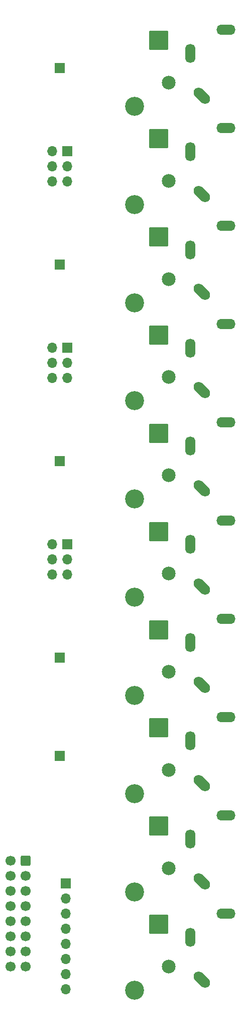
<source format=gts>
G04 #@! TF.GenerationSoftware,KiCad,Pcbnew,8.0.3*
G04 #@! TF.CreationDate,2024-06-29T16:07:53+02:00*
G04 #@! TF.ProjectId,DMH_Adapter_Mult_PCB,444d485f-4164-4617-9074-65725f4d756c,1*
G04 #@! TF.SameCoordinates,Original*
G04 #@! TF.FileFunction,Soldermask,Top*
G04 #@! TF.FilePolarity,Negative*
%FSLAX46Y46*%
G04 Gerber Fmt 4.6, Leading zero omitted, Abs format (unit mm)*
G04 Created by KiCad (PCBNEW 8.0.3) date 2024-06-29 16:07:53*
%MOMM*%
%LPD*%
G01*
G04 APERTURE LIST*
G04 Aperture macros list*
%AMRoundRect*
0 Rectangle with rounded corners*
0 $1 Rounding radius*
0 $2 $3 $4 $5 $6 $7 $8 $9 X,Y pos of 4 corners*
0 Add a 4 corners polygon primitive as box body*
4,1,4,$2,$3,$4,$5,$6,$7,$8,$9,$2,$3,0*
0 Add four circle primitives for the rounded corners*
1,1,$1+$1,$2,$3*
1,1,$1+$1,$4,$5*
1,1,$1+$1,$6,$7*
1,1,$1+$1,$8,$9*
0 Add four rect primitives between the rounded corners*
20,1,$1+$1,$2,$3,$4,$5,0*
20,1,$1+$1,$4,$5,$6,$7,0*
20,1,$1+$1,$6,$7,$8,$9,0*
20,1,$1+$1,$8,$9,$2,$3,0*%
%AMHorizOval*
0 Thick line with rounded ends*
0 $1 width*
0 $2 $3 position (X,Y) of the first rounded end (center of the circle)*
0 $4 $5 position (X,Y) of the second rounded end (center of the circle)*
0 Add line between two ends*
20,1,$1,$2,$3,$4,$5,0*
0 Add two circle primitives to create the rounded ends*
1,1,$1,$2,$3*
1,1,$1,$4,$5*%
G04 Aperture macros list end*
%ADD10RoundRect,0.102000X1.500000X-1.500000X1.500000X1.500000X-1.500000X1.500000X-1.500000X-1.500000X0*%
%ADD11C,3.204000*%
%ADD12C,2.304000*%
%ADD13HorizOval,1.712000X-0.533159X0.533159X0.533159X-0.533159X0*%
%ADD14O,3.220000X1.712000*%
%ADD15O,1.712000X3.220000*%
%ADD16R,1.700000X1.700000*%
%ADD17O,1.700000X1.700000*%
%ADD18RoundRect,0.250000X0.600000X0.600000X-0.600000X0.600000X-0.600000X-0.600000X0.600000X-0.600000X0*%
%ADD19C,1.700000*%
G04 APERTURE END LIST*
D10*
X77170000Y-48330000D03*
D11*
X73060000Y-59380000D03*
D12*
X78880000Y-55400000D03*
D10*
X77170000Y-81330000D03*
D11*
X73060000Y-92380000D03*
D12*
X78880000Y-88400000D03*
D10*
X77170000Y-163830000D03*
D11*
X73060000Y-174880000D03*
D12*
X78880000Y-170900000D03*
D10*
X77170000Y-114330000D03*
D11*
X73060000Y-125380000D03*
D12*
X78880000Y-121400000D03*
D10*
X77170000Y-196830000D03*
D11*
X73060000Y-207880000D03*
D12*
X78880000Y-203900000D03*
D10*
X77170000Y-97830000D03*
D11*
X73060000Y-108880000D03*
D12*
X78880000Y-104900000D03*
D10*
X77170000Y-180330000D03*
D11*
X73060000Y-191380000D03*
D12*
X78880000Y-187400000D03*
D10*
X77170000Y-147330000D03*
D11*
X73060000Y-158380000D03*
D12*
X78880000Y-154400000D03*
D10*
X77170000Y-130830000D03*
D11*
X73060000Y-141880000D03*
D12*
X78880000Y-137900000D03*
D10*
X77170000Y-64830000D03*
D11*
X73060000Y-75880000D03*
D12*
X78880000Y-71900000D03*
D13*
X84403810Y-57596190D03*
D14*
X88500000Y-46500000D03*
D15*
X82500000Y-50500000D03*
D13*
X84403810Y-90596190D03*
D14*
X88500000Y-79500000D03*
D15*
X82500000Y-83500000D03*
D13*
X84403810Y-206096190D03*
D14*
X88500000Y-195000000D03*
D15*
X82500000Y-199000000D03*
D13*
X84403810Y-107096190D03*
D14*
X88500000Y-96000000D03*
D15*
X82500000Y-100000000D03*
D13*
X84403810Y-140096190D03*
D14*
X88500000Y-129000000D03*
D15*
X82500000Y-133000000D03*
D13*
X84403810Y-156596190D03*
D14*
X88500000Y-145500000D03*
D15*
X82500000Y-149500000D03*
D13*
X84403810Y-123596190D03*
D14*
X88500000Y-112500000D03*
D15*
X82500000Y-116500000D03*
D13*
X84403810Y-173096190D03*
D14*
X88500000Y-162000000D03*
D15*
X82500000Y-166000000D03*
D13*
X84403810Y-189596190D03*
D14*
X88500000Y-178500000D03*
D15*
X82500000Y-182500000D03*
D13*
X84403810Y-74096190D03*
D14*
X88500000Y-63000000D03*
D15*
X82500000Y-67000000D03*
D16*
X60500000Y-86000000D03*
X61500000Y-189980000D03*
D17*
X61500000Y-192520000D03*
X61500000Y-195060000D03*
X61500000Y-197600000D03*
X61500000Y-200140000D03*
X61500000Y-202680000D03*
X61500000Y-205220000D03*
X61500000Y-207760000D03*
D16*
X61775000Y-66975000D03*
D17*
X61775000Y-69515000D03*
X61775000Y-72055000D03*
X59235000Y-66975000D03*
X59235000Y-69515000D03*
X59235000Y-72055000D03*
D16*
X60500000Y-53000000D03*
X60500000Y-168500000D03*
X60500000Y-152000000D03*
D18*
X54752500Y-186110000D03*
D19*
X52212500Y-186110000D03*
X54752500Y-188650000D03*
X52212500Y-188650000D03*
X54752500Y-191190000D03*
X52212500Y-191190000D03*
X54752500Y-193730000D03*
X52212500Y-193730000D03*
X54752500Y-196270000D03*
X52212500Y-196270000D03*
X54752500Y-198810000D03*
X52212500Y-198810000D03*
X54752500Y-201350000D03*
X52212500Y-201350000D03*
X54752500Y-203890000D03*
X52212500Y-203890000D03*
D16*
X61775000Y-132975000D03*
D17*
X61775000Y-135515000D03*
X61775000Y-138055000D03*
X59235000Y-132975000D03*
X59235000Y-135515000D03*
X59235000Y-138055000D03*
D16*
X60500000Y-119000000D03*
X61775000Y-99975000D03*
D17*
X61775000Y-102515000D03*
X61775000Y-105055000D03*
X59235000Y-99975000D03*
X59235000Y-102515000D03*
X59235000Y-105055000D03*
M02*

</source>
